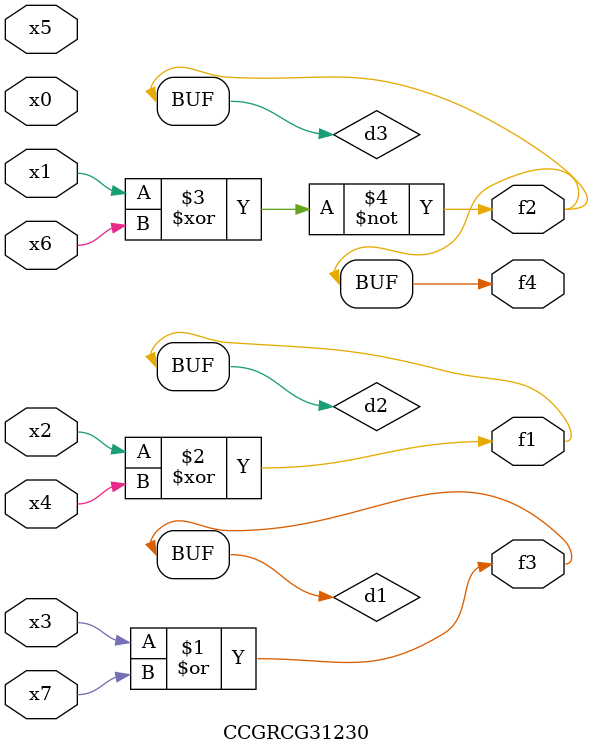
<source format=v>
module CCGRCG31230(
	input x0, x1, x2, x3, x4, x5, x6, x7,
	output f1, f2, f3, f4
);

	wire d1, d2, d3;

	or (d1, x3, x7);
	xor (d2, x2, x4);
	xnor (d3, x1, x6);
	assign f1 = d2;
	assign f2 = d3;
	assign f3 = d1;
	assign f4 = d3;
endmodule

</source>
